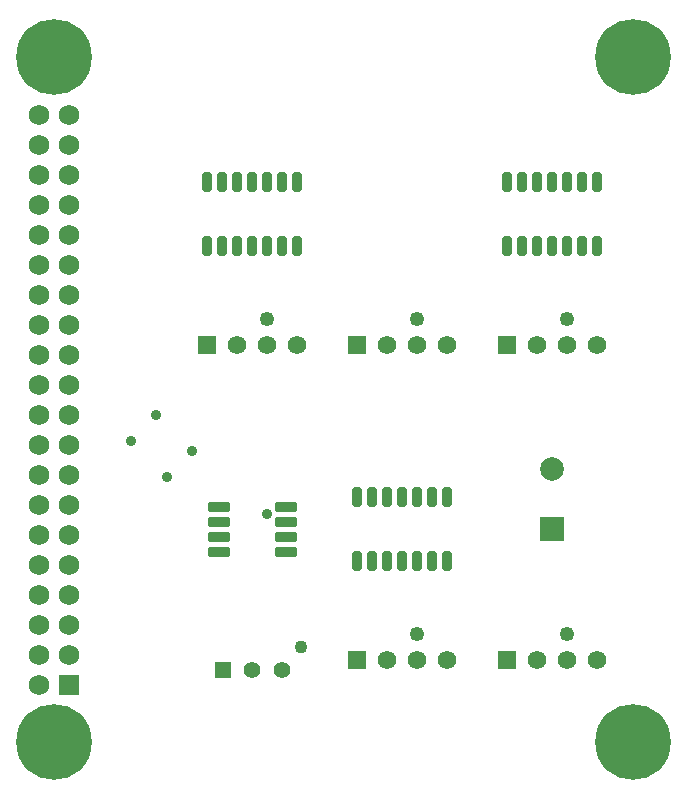
<source format=gts>
G04*
G04 #@! TF.GenerationSoftware,Altium Limited,Altium Designer,23.0.1 (38)*
G04*
G04 Layer_Color=8388736*
%FSLAX25Y25*%
%MOIN*%
G70*
G04*
G04 #@! TF.SameCoordinates,5643ACED-D155-4500-AF81-F5B34C59678D*
G04*
G04*
G04 #@! TF.FilePolarity,Negative*
G04*
G01*
G75*
G04:AMPARAMS|DCode=17|XSize=31.62mil|YSize=65.09mil|CornerRadius=6.01mil|HoleSize=0mil|Usage=FLASHONLY|Rotation=180.000|XOffset=0mil|YOffset=0mil|HoleType=Round|Shape=RoundedRectangle|*
%AMROUNDEDRECTD17*
21,1,0.03162,0.05307,0,0,180.0*
21,1,0.01961,0.06509,0,0,180.0*
1,1,0.01202,-0.00980,0.02653*
1,1,0.01202,0.00980,0.02653*
1,1,0.01202,0.00980,-0.02653*
1,1,0.01202,-0.00980,-0.02653*
%
%ADD17ROUNDEDRECTD17*%
G04:AMPARAMS|DCode=18|XSize=33.59mil|YSize=72.96mil|CornerRadius=5.92mil|HoleSize=0mil|Usage=FLASHONLY|Rotation=90.000|XOffset=0mil|YOffset=0mil|HoleType=Round|Shape=RoundedRectangle|*
%AMROUNDEDRECTD18*
21,1,0.03359,0.06112,0,0,90.0*
21,1,0.02175,0.07296,0,0,90.0*
1,1,0.01184,0.03056,0.01088*
1,1,0.01184,0.03056,-0.01088*
1,1,0.01184,-0.03056,-0.01088*
1,1,0.01184,-0.03056,0.01088*
%
%ADD18ROUNDEDRECTD18*%
%ADD19C,0.07887*%
%ADD20R,0.07887X0.07887*%
%ADD21C,0.25210*%
%ADD22R,0.06800X0.06800*%
%ADD23C,0.06800*%
%ADD24C,0.04921*%
%ADD25C,0.06181*%
%ADD26R,0.06181X0.06181*%
%ADD27C,0.04331*%
%ADD28C,0.05512*%
%ADD29R,0.05512X0.05512*%
%ADD30C,0.03500*%
D17*
X265000Y279272D02*
D03*
X270000D02*
D03*
X275000D02*
D03*
X280000D02*
D03*
X285000D02*
D03*
X290000D02*
D03*
X295000D02*
D03*
X265000Y300728D02*
D03*
X270000D02*
D03*
X275000D02*
D03*
X280000D02*
D03*
X285000D02*
D03*
X290000D02*
D03*
X295000D02*
D03*
X165000Y279272D02*
D03*
X170000D02*
D03*
X175000D02*
D03*
X180000D02*
D03*
X185000D02*
D03*
X190000D02*
D03*
X195000D02*
D03*
X165000Y300728D02*
D03*
X170000D02*
D03*
X175000D02*
D03*
X180000D02*
D03*
X185000D02*
D03*
X190000D02*
D03*
X195000D02*
D03*
X215000Y174272D02*
D03*
X220000D02*
D03*
X225000D02*
D03*
X230000D02*
D03*
X235000D02*
D03*
X240000D02*
D03*
X245000D02*
D03*
X215000Y195728D02*
D03*
X220000D02*
D03*
X225000D02*
D03*
X230000D02*
D03*
X235000D02*
D03*
X240000D02*
D03*
X245000D02*
D03*
D18*
X191122Y177500D02*
D03*
Y182500D02*
D03*
Y187500D02*
D03*
Y192500D02*
D03*
X168878Y177500D02*
D03*
Y182500D02*
D03*
Y187500D02*
D03*
Y192500D02*
D03*
D19*
X280000Y205000D02*
D03*
D20*
Y185000D02*
D03*
D21*
X306913Y114000D02*
D03*
Y342347D02*
D03*
X114000D02*
D03*
Y114000D02*
D03*
D22*
X119000Y133173D02*
D03*
D23*
Y143173D02*
D03*
Y153173D02*
D03*
Y163173D02*
D03*
Y173173D02*
D03*
Y183173D02*
D03*
X109000Y133173D02*
D03*
Y143173D02*
D03*
Y153173D02*
D03*
Y163173D02*
D03*
Y173173D02*
D03*
Y183173D02*
D03*
X119000Y193173D02*
D03*
X109000D02*
D03*
X119000Y203173D02*
D03*
Y213173D02*
D03*
Y223173D02*
D03*
Y233173D02*
D03*
Y243173D02*
D03*
Y253173D02*
D03*
X109000Y203173D02*
D03*
Y213173D02*
D03*
Y223173D02*
D03*
Y233173D02*
D03*
Y243173D02*
D03*
Y253173D02*
D03*
X119000Y263173D02*
D03*
X109000D02*
D03*
X119000Y273173D02*
D03*
Y283173D02*
D03*
Y293173D02*
D03*
Y303173D02*
D03*
Y313173D02*
D03*
Y323173D02*
D03*
X109000Y273173D02*
D03*
Y283173D02*
D03*
Y293173D02*
D03*
Y303173D02*
D03*
Y313173D02*
D03*
Y323173D02*
D03*
D24*
X285000Y255000D02*
D03*
X185000D02*
D03*
X235000D02*
D03*
X285000Y150000D02*
D03*
X235000D02*
D03*
D25*
X295000Y246496D02*
D03*
X285000D02*
D03*
X275000D02*
D03*
X195000D02*
D03*
X185000D02*
D03*
X175000D02*
D03*
X245000D02*
D03*
X235000D02*
D03*
X225000D02*
D03*
X295000Y141496D02*
D03*
X285000D02*
D03*
X275000D02*
D03*
X245000D02*
D03*
X235000D02*
D03*
X225000D02*
D03*
D26*
X265000Y246496D02*
D03*
X165000D02*
D03*
X215000D02*
D03*
X265000Y141496D02*
D03*
X215000D02*
D03*
D27*
X196142Y145807D02*
D03*
D28*
X189842Y137933D02*
D03*
X180000D02*
D03*
D29*
X170158D02*
D03*
D30*
X185000Y190000D02*
D03*
X151485Y202485D02*
D03*
X139485Y214485D02*
D03*
X148015Y223015D02*
D03*
X160015Y211015D02*
D03*
M02*

</source>
